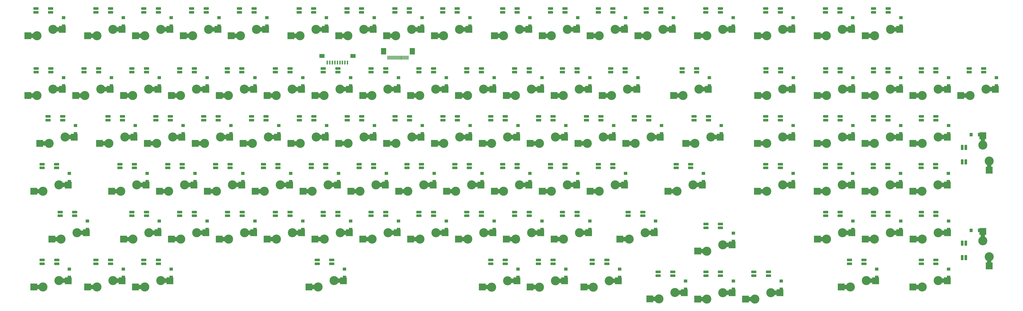
<source format=gbs>
G04 Layer: BottomSolderMaskLayer*
G04 EasyEDA v6.5.33, 2023-07-29 07:31:28*
G04 219471704c294700b8179b9d236804d4,d031c0a8eb424844af7c2e53bc7358ee,10*
G04 Gerber Generator version 0.2*
G04 Scale: 100 percent, Rotated: No, Reflected: No *
G04 Dimensions in millimeters *
G04 leading zeros omitted , absolute positions ,4 integer and 5 decimal *
%FSLAX45Y45*%
%MOMM*%

%AMMACRO1*1,1,$1,$2,$3*1,1,$1,$4,$5*1,1,$1,0-$2,0-$3*1,1,$1,0-$4,0-$5*20,1,$1,$2,$3,$4,$5,0*20,1,$1,$4,$5,0-$2,0-$3,0*20,1,$1,0-$2,0-$3,0-$4,0-$5,0*20,1,$1,0-$4,0-$5,$2,$3,0*4,1,4,$2,$3,$4,$5,0-$2,0-$3,0-$4,0-$5,$2,$3,0*%
%AMMACRO2*4,1,4,-0.7112,-0.5563,-0.7112,0.5563,0.7112,0.5563,0.7112,-0.5563,-0.7112,-0.5563,0*%
%AMMACRO3*4,1,4,-1.4148,-0.8509,-1.4148,0.8509,1.4148,0.8509,1.4148,-0.8509,-1.4148,-0.8509,0*%
%AMMACRO4*4,1,4,-1.4135,-0.8509,-1.4135,0.8509,1.4135,0.8509,1.4135,-0.8509,-1.4135,-0.8509,0*%
%AMMACRO5*4,1,4,-0.5563,-0.7112,-0.5563,0.7112,0.5563,0.7112,0.5563,-0.7112,-0.5563,-0.7112,0*%
%AMMACRO6*4,1,4,-0.8509,-1.4148,-0.8509,1.4148,0.8509,1.4148,0.8509,-1.4148,-0.8509,-1.4148,0*%
%AMMACRO7*4,1,4,-0.8509,-1.4135,-0.8509,1.4135,0.8509,1.4135,0.8509,-1.4135,-0.8509,-1.4135,0*%
%ADD10MACRO1,0.1X1X0.75X-1X0.75*%
%ADD11MACRO1,0.1X0.2X0.75X-0.2X0.75*%
%ADD12MACRO1,0.1016X-0.15X-0.7X0.15X-0.7*%
%ADD13MACRO1,0.1016X-1X-1.25X1X-1.25*%
%ADD14MACRO1,0.2032X-1.275X1.25X1.275X1.25*%
%ADD15MACRO2*%
%ADD16MACRO3*%
%ADD17MACRO4*%
%ADD18C,3.6032*%
%ADD19MACRO1,0.2032X-1.25X-1.275X-1.25X1.275*%
%ADD20MACRO5*%
%ADD21MACRO6*%
%ADD22MACRO7*%
%ADD23MACRO1,0.2032X0.9X-0.41X-0.9X-0.41*%
%ADD24MACRO1,0.2032X-0.9X0.41X0.9X0.41*%
%ADD25MACRO1,0.2032X0.9X-0.4099X-0.9X-0.4099*%
%ADD26MACRO1,0.2032X-0.41X-0.9X-0.41X0.9*%
%ADD27C,0.0187*%

%LPD*%
D10*
G01*
X12778480Y-3133897D03*
G01*
X14018463Y-3133890D03*
D11*
G01*
X12998462Y-3393889D03*
G01*
X13098462Y-3393889D03*
G01*
X13198464Y-3393889D03*
G01*
X13298464Y-3393889D03*
G01*
X13398464Y-3393889D03*
G01*
X13498464Y-3393889D03*
G01*
X13598464Y-3393889D03*
G01*
X13698463Y-3393889D03*
G01*
X13798463Y-3393889D03*
D12*
G01*
X15411470Y-3202175D03*
G01*
X15461470Y-3202175D03*
G01*
X15511470Y-3202175D03*
G01*
X15561470Y-3202175D03*
G01*
X15611469Y-3202175D03*
G01*
X15661472Y-3202175D03*
D13*
G01*
X16381465Y-2944675D03*
G01*
X15241478Y-2944627D03*
D12*
G01*
X15711462Y-3202175D03*
G01*
X15761462Y-3202175D03*
G01*
X15811461Y-3202175D03*
G01*
X15861461Y-3202175D03*
G01*
X15911461Y-3202175D03*
G01*
X15961461Y-3202175D03*
G01*
X16011466Y-3202175D03*
G01*
X16061469Y-3202175D03*
G01*
X16111468Y-3202175D03*
G01*
X16161468Y-3202175D03*
G01*
X16211468Y-3202175D03*
D14*
G01*
X13634910Y-12078702D03*
D15*
G01*
X13682471Y-11613642D03*
G01*
X13682471Y-11938762D03*
D14*
G01*
X12262413Y-12331200D03*
D16*
G01*
X13397230Y-12077700D03*
D17*
G01*
X12512167Y-12331192D03*
D18*
G01*
X12630911Y-12331700D03*
G01*
X13265937Y-12077725D03*
D14*
G01*
X2444178Y-2078468D03*
D15*
G01*
X2491739Y-1613407D03*
G01*
X2491739Y-1938528D03*
D14*
G01*
X1071681Y-2330966D03*
D16*
G01*
X2206497Y-2077465D03*
D17*
G01*
X1321435Y-2330957D03*
D18*
G01*
X1440179Y-2331465D03*
G01*
X2075205Y-2077491D03*
D14*
G01*
X2680398Y-12078702D03*
D15*
G01*
X2727960Y-11613642D03*
G01*
X2727960Y-11938762D03*
D14*
G01*
X1307901Y-12331200D03*
D16*
G01*
X2442718Y-12077700D03*
D17*
G01*
X1557655Y-12331192D03*
D18*
G01*
X1676400Y-12331700D03*
G01*
X2311425Y-12077725D03*
D14*
G01*
X4826698Y-12078702D03*
D15*
G01*
X4874260Y-11613642D03*
G01*
X4874260Y-11938762D03*
D14*
G01*
X3454201Y-12331200D03*
D16*
G01*
X4589018Y-12077700D03*
D17*
G01*
X3703955Y-12331192D03*
D18*
G01*
X3822700Y-12331700D03*
G01*
X4457725Y-12077725D03*
D14*
G01*
X22443884Y-12079972D03*
D15*
G01*
X22491445Y-11614912D03*
G01*
X22491445Y-11940031D03*
D14*
G01*
X21071387Y-12332470D03*
D16*
G01*
X22206203Y-12078969D03*
D17*
G01*
X21321141Y-12332462D03*
D18*
G01*
X21439886Y-12332970D03*
G01*
X22074911Y-12078995D03*
D14*
G01*
X31496698Y-8268702D03*
D15*
G01*
X31544260Y-7803642D03*
G01*
X31544260Y-8128762D03*
D14*
G01*
X30124201Y-8521200D03*
D16*
G01*
X31259018Y-8267700D03*
D17*
G01*
X30373955Y-8521192D03*
D18*
G01*
X30492700Y-8521700D03*
G01*
X31127725Y-8267725D03*
D14*
G01*
X27209940Y-12552920D03*
D15*
G01*
X27257502Y-12087860D03*
G01*
X27257502Y-12412980D03*
D14*
G01*
X25837443Y-12805418D03*
D16*
G01*
X26972260Y-12551918D03*
D17*
G01*
X26087196Y-12805410D03*
D18*
G01*
X26205941Y-12805918D03*
G01*
X26840967Y-12551943D03*
D14*
G01*
X31020956Y-12556984D03*
D15*
G01*
X31068518Y-12091924D03*
G01*
X31068518Y-12417044D03*
D14*
G01*
X29648459Y-12809482D03*
D16*
G01*
X30783276Y-12555981D03*
D17*
G01*
X29898212Y-12809474D03*
D18*
G01*
X30016958Y-12809981D03*
G01*
X30651983Y-12556007D03*
D14*
G01*
X34827908Y-12078956D03*
D15*
G01*
X34875470Y-11613896D03*
G01*
X34875470Y-11939015D03*
D14*
G01*
X33455411Y-12331454D03*
D16*
G01*
X34590228Y-12077954D03*
D17*
G01*
X33705165Y-12331446D03*
D18*
G01*
X33823909Y-12331954D03*
G01*
X34458935Y-12077979D03*
D19*
G01*
X39097952Y-10120947D03*
D20*
G01*
X38632892Y-10073385D03*
G01*
X38958012Y-10073385D03*
D19*
G01*
X39350450Y-11493444D03*
D21*
G01*
X39096950Y-10358627D03*
D22*
G01*
X39350442Y-11243690D03*
D18*
G01*
X39350950Y-11124945D03*
G01*
X39096975Y-10489920D03*
D14*
G01*
X37686932Y-12078956D03*
D15*
G01*
X37734494Y-11613896D03*
G01*
X37734494Y-11939015D03*
D14*
G01*
X36314435Y-12331454D03*
D16*
G01*
X37449252Y-12077954D03*
D17*
G01*
X36564189Y-12331446D03*
D18*
G01*
X36682934Y-12331954D03*
G01*
X37317959Y-12077979D03*
D14*
G01*
X35783456Y-10171924D03*
D15*
G01*
X35831018Y-9706863D03*
G01*
X35831018Y-10031984D03*
D14*
G01*
X34410959Y-10424422D03*
D16*
G01*
X35545776Y-10170922D03*
D17*
G01*
X34660712Y-10424414D03*
D18*
G01*
X34779458Y-10424921D03*
G01*
X35414483Y-10170947D03*
D14*
G01*
X29113924Y-12554952D03*
D15*
G01*
X29161486Y-12089892D03*
G01*
X29161486Y-12415012D03*
D14*
G01*
X27741427Y-12807450D03*
D16*
G01*
X28876244Y-12553950D03*
D17*
G01*
X27991180Y-12807442D03*
D18*
G01*
X28109925Y-12807950D03*
G01*
X28744951Y-12553975D03*
D14*
G01*
X24588914Y-12079972D03*
D15*
G01*
X24636476Y-11614912D03*
G01*
X24636476Y-11940031D03*
D14*
G01*
X23216417Y-12332470D03*
D16*
G01*
X24351234Y-12078969D03*
D17*
G01*
X23466171Y-12332462D03*
D18*
G01*
X23584916Y-12332970D03*
G01*
X24219941Y-12078995D03*
D14*
G01*
X20542948Y-12079972D03*
D15*
G01*
X20590510Y-11614912D03*
G01*
X20590510Y-11940031D03*
D14*
G01*
X19170451Y-12332470D03*
D16*
G01*
X20305268Y-12078969D03*
D17*
G01*
X19420205Y-12332462D03*
D18*
G01*
X19538950Y-12332970D03*
G01*
X20173975Y-12078995D03*
D14*
G01*
X6731698Y-12078702D03*
D15*
G01*
X6779260Y-11613642D03*
G01*
X6779260Y-11938762D03*
D14*
G01*
X5359201Y-12331200D03*
D16*
G01*
X6494018Y-12077700D03*
D17*
G01*
X5608955Y-12331192D03*
D18*
G01*
X5727700Y-12331700D03*
G01*
X6362725Y-12077725D03*
D14*
G01*
X3398456Y-10171924D03*
D15*
G01*
X3446018Y-9706863D03*
G01*
X3446018Y-10031984D03*
D14*
G01*
X2025959Y-10424422D03*
D16*
G01*
X3160776Y-10170922D03*
D17*
G01*
X2275712Y-10424414D03*
D18*
G01*
X2394458Y-10424921D03*
G01*
X3029483Y-10170947D03*
D14*
G01*
X6255956Y-10171924D03*
D15*
G01*
X6303518Y-9706863D03*
G01*
X6303518Y-10031984D03*
D14*
G01*
X4883459Y-10424422D03*
D16*
G01*
X6018276Y-10170922D03*
D17*
G01*
X5133212Y-10424414D03*
D18*
G01*
X5251958Y-10424921D03*
G01*
X5886983Y-10170947D03*
D14*
G01*
X10065956Y-10171924D03*
D15*
G01*
X10113518Y-9706863D03*
G01*
X10113518Y-10031984D03*
D14*
G01*
X8693459Y-10424422D03*
D16*
G01*
X9828276Y-10170922D03*
D17*
G01*
X8943212Y-10424414D03*
D18*
G01*
X9061958Y-10424921D03*
G01*
X9696983Y-10170947D03*
D14*
G01*
X13875956Y-10171924D03*
D15*
G01*
X13923518Y-9706863D03*
G01*
X13923518Y-10031984D03*
D14*
G01*
X12503459Y-10424422D03*
D16*
G01*
X13638276Y-10170922D03*
D17*
G01*
X12753212Y-10424414D03*
D18*
G01*
X12871958Y-10424921D03*
G01*
X13506983Y-10170947D03*
D14*
G01*
X17685956Y-10171924D03*
D15*
G01*
X17733518Y-9706863D03*
G01*
X17733518Y-10031984D03*
D14*
G01*
X16313459Y-10424422D03*
D16*
G01*
X17448276Y-10170922D03*
D17*
G01*
X16563212Y-10424414D03*
D18*
G01*
X16681958Y-10424921D03*
G01*
X17316983Y-10170947D03*
D14*
G01*
X21495956Y-10171924D03*
D15*
G01*
X21543518Y-9706863D03*
G01*
X21543518Y-10031984D03*
D14*
G01*
X20123459Y-10424422D03*
D16*
G01*
X21258276Y-10170922D03*
D17*
G01*
X20373212Y-10424414D03*
D18*
G01*
X20491958Y-10424921D03*
G01*
X21126983Y-10170947D03*
D14*
G01*
X26017156Y-10171924D03*
D15*
G01*
X26064718Y-9706863D03*
G01*
X26064718Y-10031984D03*
D14*
G01*
X24644659Y-10424422D03*
D16*
G01*
X25779476Y-10170922D03*
D17*
G01*
X24894412Y-10424414D03*
D18*
G01*
X25013158Y-10424921D03*
G01*
X25648183Y-10170947D03*
D14*
G01*
X33878456Y-10171924D03*
D15*
G01*
X33926018Y-9706863D03*
G01*
X33926018Y-10031984D03*
D14*
G01*
X32505959Y-10424422D03*
D16*
G01*
X33640776Y-10170922D03*
D17*
G01*
X32755712Y-10424414D03*
D18*
G01*
X32874458Y-10424921D03*
G01*
X33509483Y-10170947D03*
D14*
G01*
X37688456Y-10171924D03*
D15*
G01*
X37736018Y-9706863D03*
G01*
X37736018Y-10031984D03*
D14*
G01*
X36315959Y-10424422D03*
D16*
G01*
X37450776Y-10170922D03*
D17*
G01*
X36565712Y-10424414D03*
D18*
G01*
X36684458Y-10424921D03*
G01*
X37319483Y-10170947D03*
D14*
G01*
X37681598Y-8268702D03*
D15*
G01*
X37729160Y-7803642D03*
G01*
X37729160Y-8128762D03*
D14*
G01*
X36309101Y-8521200D03*
D16*
G01*
X37443918Y-8267700D03*
D17*
G01*
X36558855Y-8521192D03*
D18*
G01*
X36677600Y-8521700D03*
G01*
X37312625Y-8267725D03*
D14*
G01*
X35776598Y-8268702D03*
D15*
G01*
X35824160Y-7803642D03*
G01*
X35824160Y-8128762D03*
D14*
G01*
X34404101Y-8521200D03*
D16*
G01*
X35538918Y-8267700D03*
D17*
G01*
X34653855Y-8521192D03*
D18*
G01*
X34772600Y-8521700D03*
G01*
X35407625Y-8267725D03*
D14*
G01*
X29113924Y-10648936D03*
D15*
G01*
X29161486Y-10183876D03*
G01*
X29161486Y-10508996D03*
D14*
G01*
X27741427Y-10901434D03*
D16*
G01*
X28876244Y-10647934D03*
D17*
G01*
X27991180Y-10901426D03*
D18*
G01*
X28109925Y-10901934D03*
G01*
X28744951Y-10647959D03*
D14*
G01*
X23400956Y-10171924D03*
D15*
G01*
X23448518Y-9706863D03*
G01*
X23448518Y-10031984D03*
D14*
G01*
X22028459Y-10424422D03*
D16*
G01*
X23163276Y-10170922D03*
D17*
G01*
X22278212Y-10424414D03*
D18*
G01*
X22396958Y-10424921D03*
G01*
X23031983Y-10170947D03*
D14*
G01*
X19590956Y-10171924D03*
D15*
G01*
X19638518Y-9706863D03*
G01*
X19638518Y-10031984D03*
D14*
G01*
X18218459Y-10424422D03*
D16*
G01*
X19353276Y-10170922D03*
D17*
G01*
X18468212Y-10424414D03*
D18*
G01*
X18586958Y-10424921D03*
G01*
X19221983Y-10170947D03*
D14*
G01*
X15780956Y-10171924D03*
D15*
G01*
X15828518Y-9706863D03*
G01*
X15828518Y-10031984D03*
D14*
G01*
X14408459Y-10424422D03*
D16*
G01*
X15543276Y-10170922D03*
D17*
G01*
X14658212Y-10424414D03*
D18*
G01*
X14776958Y-10424921D03*
G01*
X15411983Y-10170947D03*
D14*
G01*
X11970956Y-10171924D03*
D15*
G01*
X12018518Y-9706863D03*
G01*
X12018518Y-10031984D03*
D14*
G01*
X10598459Y-10424422D03*
D16*
G01*
X11733276Y-10170922D03*
D17*
G01*
X10848212Y-10424414D03*
D18*
G01*
X10966958Y-10424921D03*
G01*
X11601983Y-10170947D03*
D14*
G01*
X8160956Y-10171924D03*
D15*
G01*
X8208518Y-9706863D03*
G01*
X8208518Y-10031984D03*
D14*
G01*
X6788459Y-10424422D03*
D16*
G01*
X7923276Y-10170922D03*
D17*
G01*
X7038212Y-10424414D03*
D18*
G01*
X7156958Y-10424921D03*
G01*
X7791983Y-10170947D03*
D14*
G01*
X2680398Y-8268702D03*
D15*
G01*
X2727960Y-7803642D03*
G01*
X2727960Y-8128762D03*
D14*
G01*
X1307901Y-8521200D03*
D16*
G01*
X2442718Y-8267700D03*
D17*
G01*
X1557655Y-8521192D03*
D18*
G01*
X1676400Y-8521700D03*
G01*
X2311425Y-8267725D03*
D14*
G01*
X7684198Y-8268702D03*
D15*
G01*
X7731760Y-7803642D03*
G01*
X7731760Y-8128762D03*
D14*
G01*
X6311701Y-8521200D03*
D16*
G01*
X7446518Y-8267700D03*
D17*
G01*
X6561455Y-8521192D03*
D18*
G01*
X6680200Y-8521700D03*
G01*
X7315225Y-8267725D03*
D14*
G01*
X11494198Y-8268702D03*
D15*
G01*
X11541760Y-7803642D03*
G01*
X11541760Y-8128762D03*
D14*
G01*
X10121701Y-8521200D03*
D16*
G01*
X11256518Y-8267700D03*
D17*
G01*
X10371455Y-8521192D03*
D18*
G01*
X10490200Y-8521700D03*
G01*
X11125225Y-8267725D03*
D14*
G01*
X15304198Y-8268702D03*
D15*
G01*
X15351760Y-7803642D03*
G01*
X15351760Y-8128762D03*
D14*
G01*
X13931701Y-8521200D03*
D16*
G01*
X15066518Y-8267700D03*
D17*
G01*
X14181455Y-8521192D03*
D18*
G01*
X14300200Y-8521700D03*
G01*
X14935225Y-8267725D03*
D14*
G01*
X19114198Y-8268702D03*
D15*
G01*
X19161760Y-7803642D03*
G01*
X19161760Y-8128762D03*
D14*
G01*
X17741701Y-8521200D03*
D16*
G01*
X18876518Y-8267700D03*
D17*
G01*
X17991455Y-8521192D03*
D18*
G01*
X18110200Y-8521700D03*
G01*
X18745225Y-8267725D03*
D14*
G01*
X22924198Y-8268702D03*
D15*
G01*
X22971760Y-7803642D03*
G01*
X22971760Y-8128762D03*
D14*
G01*
X21551701Y-8521200D03*
D16*
G01*
X22686518Y-8267700D03*
D17*
G01*
X21801455Y-8521192D03*
D18*
G01*
X21920200Y-8521700D03*
G01*
X22555225Y-8267725D03*
D14*
G01*
X27927998Y-8268702D03*
D15*
G01*
X27975560Y-7803642D03*
G01*
X27975560Y-8128762D03*
D14*
G01*
X26555501Y-8521200D03*
D16*
G01*
X27690318Y-8267700D03*
D17*
G01*
X26805255Y-8521192D03*
D18*
G01*
X26924000Y-8521700D03*
G01*
X27559025Y-8267725D03*
D14*
G01*
X35789298Y-2078468D03*
D15*
G01*
X35836860Y-1613407D03*
G01*
X35836860Y-1938528D03*
D14*
G01*
X34416801Y-2330966D03*
D16*
G01*
X35551618Y-2077465D03*
D17*
G01*
X34666555Y-2330957D03*
D18*
G01*
X34785300Y-2331465D03*
G01*
X35420325Y-2077491D03*
D14*
G01*
X33871598Y-8268702D03*
D15*
G01*
X33919160Y-7803642D03*
G01*
X33919160Y-8128762D03*
D14*
G01*
X32499101Y-8521200D03*
D16*
G01*
X33633918Y-8267700D03*
D17*
G01*
X32748855Y-8521192D03*
D18*
G01*
X32867600Y-8521700D03*
G01*
X33502625Y-8267725D03*
D19*
G01*
X39097952Y-6310947D03*
D20*
G01*
X38632892Y-6263385D03*
G01*
X38958012Y-6263385D03*
D19*
G01*
X39350450Y-7683444D03*
D21*
G01*
X39096950Y-6548627D03*
D22*
G01*
X39350442Y-7433690D03*
D18*
G01*
X39350950Y-7314945D03*
G01*
X39096975Y-6679920D03*
D14*
G01*
X37686678Y-6363702D03*
D15*
G01*
X37734240Y-5898642D03*
G01*
X37734240Y-6223762D03*
D14*
G01*
X36314181Y-6616200D03*
D16*
G01*
X37448998Y-6362700D03*
D17*
G01*
X36563935Y-6616192D03*
D18*
G01*
X36682679Y-6616700D03*
G01*
X37317705Y-6362725D03*
D14*
G01*
X35781678Y-6363702D03*
D15*
G01*
X35829240Y-5898642D03*
G01*
X35829240Y-6223762D03*
D14*
G01*
X34409181Y-6616200D03*
D16*
G01*
X35543998Y-6362700D03*
D17*
G01*
X34658935Y-6616192D03*
D18*
G01*
X34777679Y-6616700D03*
G01*
X35412705Y-6362725D03*
D14*
G01*
X31496698Y-6363702D03*
D15*
G01*
X31544260Y-5898642D03*
G01*
X31544260Y-6223762D03*
D14*
G01*
X30124201Y-6616200D03*
D16*
G01*
X31259018Y-6362700D03*
D17*
G01*
X30373955Y-6616192D03*
D18*
G01*
X30492700Y-6616700D03*
G01*
X31127725Y-6362725D03*
D14*
G01*
X24829198Y-8268702D03*
D15*
G01*
X24876760Y-7803642D03*
G01*
X24876760Y-8128762D03*
D14*
G01*
X23456701Y-8521200D03*
D16*
G01*
X24591518Y-8267700D03*
D17*
G01*
X23706455Y-8521192D03*
D18*
G01*
X23825200Y-8521700D03*
G01*
X24460225Y-8267725D03*
D14*
G01*
X21019198Y-8268702D03*
D15*
G01*
X21066760Y-7803642D03*
G01*
X21066760Y-8128762D03*
D14*
G01*
X19646701Y-8521200D03*
D16*
G01*
X20781518Y-8267700D03*
D17*
G01*
X19896455Y-8521192D03*
D18*
G01*
X20015200Y-8521700D03*
G01*
X20650225Y-8267725D03*
D14*
G01*
X17209198Y-8268702D03*
D15*
G01*
X17256760Y-7803642D03*
G01*
X17256760Y-8128762D03*
D14*
G01*
X15836701Y-8521200D03*
D16*
G01*
X16971518Y-8267700D03*
D17*
G01*
X16086455Y-8521192D03*
D18*
G01*
X16205200Y-8521700D03*
G01*
X16840225Y-8267725D03*
D14*
G01*
X13399198Y-8268702D03*
D15*
G01*
X13446760Y-7803642D03*
G01*
X13446760Y-8128762D03*
D14*
G01*
X12026701Y-8521200D03*
D16*
G01*
X13161518Y-8267700D03*
D17*
G01*
X12276455Y-8521192D03*
D18*
G01*
X12395200Y-8521700D03*
G01*
X13030225Y-8267725D03*
D14*
G01*
X9589198Y-8268702D03*
D15*
G01*
X9636760Y-7803642D03*
G01*
X9636760Y-8128762D03*
D14*
G01*
X8216701Y-8521200D03*
D16*
G01*
X9351518Y-8267700D03*
D17*
G01*
X8466455Y-8521192D03*
D18*
G01*
X8585200Y-8521700D03*
G01*
X9220225Y-8267725D03*
D14*
G01*
X5779198Y-8268702D03*
D15*
G01*
X5826760Y-7803642D03*
G01*
X5826760Y-8128762D03*
D14*
G01*
X4406701Y-8521200D03*
D16*
G01*
X5541518Y-8267700D03*
D17*
G01*
X4656455Y-8521192D03*
D18*
G01*
X4775200Y-8521700D03*
G01*
X5410225Y-8267725D03*
D14*
G01*
X2921698Y-6363702D03*
D15*
G01*
X2969260Y-5898642D03*
G01*
X2969260Y-6223762D03*
D14*
G01*
X1549201Y-6616200D03*
D16*
G01*
X2684018Y-6362700D03*
D17*
G01*
X1798955Y-6616192D03*
D18*
G01*
X1917700Y-6616700D03*
G01*
X2552725Y-6362725D03*
D14*
G01*
X7206678Y-6363702D03*
D15*
G01*
X7254239Y-5898642D03*
G01*
X7254239Y-6223762D03*
D14*
G01*
X5834181Y-6616200D03*
D16*
G01*
X6968997Y-6362700D03*
D17*
G01*
X6083935Y-6616192D03*
D18*
G01*
X6202679Y-6616700D03*
G01*
X6837705Y-6362725D03*
D14*
G01*
X11016678Y-6363702D03*
D15*
G01*
X11064239Y-5898642D03*
G01*
X11064239Y-6223762D03*
D14*
G01*
X9644181Y-6616200D03*
D16*
G01*
X10778997Y-6362700D03*
D17*
G01*
X9893935Y-6616192D03*
D18*
G01*
X10012679Y-6616700D03*
G01*
X10647705Y-6362725D03*
D14*
G01*
X14826678Y-6363702D03*
D15*
G01*
X14874239Y-5898642D03*
G01*
X14874239Y-6223762D03*
D14*
G01*
X13454181Y-6616200D03*
D16*
G01*
X14588997Y-6362700D03*
D17*
G01*
X13703935Y-6616192D03*
D18*
G01*
X13822679Y-6616700D03*
G01*
X14457705Y-6362725D03*
D14*
G01*
X18636678Y-6363702D03*
D15*
G01*
X18684239Y-5898642D03*
G01*
X18684239Y-6223762D03*
D14*
G01*
X17264181Y-6616200D03*
D16*
G01*
X18398998Y-6362700D03*
D17*
G01*
X17513935Y-6616192D03*
D18*
G01*
X17632679Y-6616700D03*
G01*
X18267705Y-6362725D03*
D14*
G01*
X22446678Y-6363702D03*
D15*
G01*
X22494239Y-5898642D03*
G01*
X22494239Y-6223762D03*
D14*
G01*
X21074181Y-6616200D03*
D16*
G01*
X22208998Y-6362700D03*
D17*
G01*
X21323935Y-6616192D03*
D18*
G01*
X21442679Y-6616700D03*
G01*
X22077705Y-6362725D03*
D14*
G01*
X26256678Y-6363702D03*
D15*
G01*
X26304239Y-5898642D03*
G01*
X26304239Y-6223762D03*
D14*
G01*
X24884181Y-6616200D03*
D16*
G01*
X26018998Y-6362700D03*
D17*
G01*
X25133935Y-6616192D03*
D18*
G01*
X25252679Y-6616700D03*
G01*
X25887705Y-6362725D03*
D14*
G01*
X29109098Y-2078468D03*
D15*
G01*
X29156660Y-1613407D03*
G01*
X29156660Y-1938528D03*
D14*
G01*
X27736601Y-2330966D03*
D16*
G01*
X28871418Y-2077465D03*
D17*
G01*
X27986355Y-2330957D03*
D18*
G01*
X28105100Y-2331465D03*
G01*
X28740125Y-2077491D03*
D14*
G01*
X31502794Y-4458702D03*
D15*
G01*
X31550355Y-3993642D03*
G01*
X31550355Y-4318762D03*
D14*
G01*
X30130297Y-4711200D03*
D16*
G01*
X31265113Y-4457700D03*
D17*
G01*
X30380051Y-4711192D03*
D18*
G01*
X30498795Y-4711700D03*
G01*
X31133821Y-4457725D03*
D14*
G01*
X33876678Y-6363702D03*
D15*
G01*
X33924240Y-5898642D03*
G01*
X33924240Y-6223762D03*
D14*
G01*
X32504181Y-6616200D03*
D16*
G01*
X33638998Y-6362700D03*
D17*
G01*
X32753935Y-6616192D03*
D18*
G01*
X32872679Y-6616700D03*
G01*
X33507705Y-6362725D03*
D14*
G01*
X39592694Y-4458702D03*
D15*
G01*
X39640255Y-3993642D03*
G01*
X39640255Y-4318762D03*
D14*
G01*
X38220197Y-4711200D03*
D16*
G01*
X39355013Y-4457700D03*
D17*
G01*
X38469951Y-4711192D03*
D18*
G01*
X38588696Y-4711700D03*
G01*
X39223721Y-4457725D03*
D14*
G01*
X37687694Y-4458702D03*
D15*
G01*
X37735255Y-3993642D03*
G01*
X37735255Y-4318762D03*
D14*
G01*
X36315197Y-4711200D03*
D16*
G01*
X37450013Y-4457700D03*
D17*
G01*
X36564951Y-4711192D03*
D18*
G01*
X36683696Y-4711700D03*
G01*
X37318721Y-4457725D03*
D14*
G01*
X35782694Y-4458702D03*
D15*
G01*
X35830255Y-3993642D03*
G01*
X35830255Y-4318762D03*
D14*
G01*
X34410197Y-4711200D03*
D16*
G01*
X35545013Y-4457700D03*
D17*
G01*
X34659951Y-4711192D03*
D18*
G01*
X34778696Y-4711700D03*
G01*
X35413721Y-4457725D03*
D14*
G01*
X31496698Y-2078468D03*
D15*
G01*
X31544260Y-1613407D03*
G01*
X31544260Y-1938528D03*
D14*
G01*
X30124201Y-2330966D03*
D16*
G01*
X31259018Y-2077465D03*
D17*
G01*
X30373955Y-2330957D03*
D18*
G01*
X30492700Y-2331465D03*
G01*
X31127725Y-2077491D03*
D14*
G01*
X28639198Y-6363702D03*
D15*
G01*
X28686760Y-5898642D03*
G01*
X28686760Y-6223762D03*
D14*
G01*
X27266701Y-6616200D03*
D16*
G01*
X28401518Y-6362700D03*
D17*
G01*
X27516455Y-6616192D03*
D18*
G01*
X27635200Y-6616700D03*
G01*
X28270225Y-6362725D03*
D14*
G01*
X24351678Y-6363702D03*
D15*
G01*
X24399239Y-5898642D03*
G01*
X24399239Y-6223762D03*
D14*
G01*
X22979181Y-6616200D03*
D16*
G01*
X24113998Y-6362700D03*
D17*
G01*
X23228935Y-6616192D03*
D18*
G01*
X23347679Y-6616700D03*
G01*
X23982705Y-6362725D03*
D14*
G01*
X20541678Y-6363702D03*
D15*
G01*
X20589239Y-5898642D03*
G01*
X20589239Y-6223762D03*
D14*
G01*
X19169181Y-6616200D03*
D16*
G01*
X20303998Y-6362700D03*
D17*
G01*
X19418935Y-6616192D03*
D18*
G01*
X19537679Y-6616700D03*
G01*
X20172705Y-6362725D03*
D14*
G01*
X16731678Y-6363702D03*
D15*
G01*
X16779239Y-5898642D03*
G01*
X16779239Y-6223762D03*
D14*
G01*
X15359181Y-6616200D03*
D16*
G01*
X16493997Y-6362700D03*
D17*
G01*
X15608935Y-6616192D03*
D18*
G01*
X15727679Y-6616700D03*
G01*
X16362705Y-6362725D03*
D14*
G01*
X12921678Y-6363702D03*
D15*
G01*
X12969239Y-5898642D03*
G01*
X12969239Y-6223762D03*
D14*
G01*
X11549181Y-6616200D03*
D16*
G01*
X12683997Y-6362700D03*
D17*
G01*
X11798935Y-6616192D03*
D18*
G01*
X11917679Y-6616700D03*
G01*
X12552705Y-6362725D03*
D14*
G01*
X9111678Y-6363702D03*
D15*
G01*
X9159239Y-5898642D03*
G01*
X9159239Y-6223762D03*
D14*
G01*
X7739181Y-6616200D03*
D16*
G01*
X8873997Y-6362700D03*
D17*
G01*
X7988935Y-6616192D03*
D18*
G01*
X8107679Y-6616700D03*
G01*
X8742705Y-6362725D03*
D14*
G01*
X5301678Y-6363702D03*
D15*
G01*
X5349239Y-5898642D03*
G01*
X5349239Y-6223762D03*
D14*
G01*
X3929181Y-6616200D03*
D16*
G01*
X5063997Y-6362700D03*
D17*
G01*
X4178935Y-6616192D03*
D18*
G01*
X4297679Y-6616700D03*
G01*
X4932705Y-6362725D03*
D14*
G01*
X2445194Y-4458702D03*
D15*
G01*
X2492755Y-3993642D03*
G01*
X2492755Y-4318762D03*
D14*
G01*
X1072697Y-4711200D03*
D16*
G01*
X2207513Y-4457700D03*
D17*
G01*
X1322451Y-4711192D03*
D18*
G01*
X1441195Y-4711700D03*
G01*
X2076221Y-4457725D03*
D14*
G01*
X6255194Y-4458702D03*
D15*
G01*
X6302755Y-3993642D03*
G01*
X6302755Y-4318762D03*
D14*
G01*
X4882697Y-4711200D03*
D16*
G01*
X6017513Y-4457700D03*
D17*
G01*
X5132451Y-4711192D03*
D18*
G01*
X5251195Y-4711700D03*
G01*
X5886221Y-4457725D03*
D14*
G01*
X10065194Y-4458702D03*
D15*
G01*
X10112755Y-3993642D03*
G01*
X10112755Y-4318762D03*
D14*
G01*
X8692697Y-4711200D03*
D16*
G01*
X9827513Y-4457700D03*
D17*
G01*
X8942451Y-4711192D03*
D18*
G01*
X9061195Y-4711700D03*
G01*
X9696221Y-4457725D03*
D14*
G01*
X13875194Y-4458702D03*
D15*
G01*
X13922755Y-3993642D03*
G01*
X13922755Y-4318762D03*
D14*
G01*
X12502697Y-4711200D03*
D16*
G01*
X13637513Y-4457700D03*
D17*
G01*
X12752451Y-4711192D03*
D18*
G01*
X12871195Y-4711700D03*
G01*
X13506221Y-4457725D03*
D14*
G01*
X17685194Y-4458702D03*
D15*
G01*
X17732755Y-3993642D03*
G01*
X17732755Y-4318762D03*
D14*
G01*
X16312697Y-4711200D03*
D16*
G01*
X17447513Y-4457700D03*
D17*
G01*
X16562451Y-4711192D03*
D18*
G01*
X16681195Y-4711700D03*
G01*
X17316221Y-4457725D03*
D14*
G01*
X21495194Y-4458702D03*
D15*
G01*
X21542755Y-3993642D03*
G01*
X21542755Y-4318762D03*
D14*
G01*
X20122697Y-4711200D03*
D16*
G01*
X21257513Y-4457700D03*
D17*
G01*
X20372451Y-4711192D03*
D18*
G01*
X20491195Y-4711700D03*
G01*
X21126221Y-4457725D03*
D14*
G01*
X25317894Y-4458702D03*
D15*
G01*
X25365455Y-3993642D03*
G01*
X25365455Y-4318762D03*
D14*
G01*
X23945397Y-4711200D03*
D16*
G01*
X25080213Y-4457700D03*
D17*
G01*
X24195151Y-4711192D03*
D18*
G01*
X24313895Y-4711700D03*
G01*
X24948921Y-4457725D03*
D14*
G01*
X28162694Y-4458702D03*
D15*
G01*
X28210255Y-3993642D03*
G01*
X28210255Y-4318762D03*
D14*
G01*
X26790197Y-4711200D03*
D16*
G01*
X27925013Y-4457700D03*
D17*
G01*
X27039951Y-4711192D03*
D18*
G01*
X27158695Y-4711700D03*
G01*
X27793721Y-4457725D03*
D14*
G01*
X33871598Y-2078468D03*
D15*
G01*
X33919160Y-1613407D03*
G01*
X33919160Y-1938528D03*
D14*
G01*
X32499101Y-2330966D03*
D16*
G01*
X33633918Y-2077465D03*
D17*
G01*
X32748855Y-2330957D03*
D18*
G01*
X32867600Y-2331465D03*
G01*
X33502625Y-2077491D03*
D14*
G01*
X33877694Y-4458702D03*
D15*
G01*
X33925255Y-3993642D03*
G01*
X33925255Y-4318762D03*
D14*
G01*
X32505197Y-4711200D03*
D16*
G01*
X33640013Y-4457700D03*
D17*
G01*
X32754951Y-4711192D03*
D18*
G01*
X32873695Y-4711700D03*
G01*
X33508721Y-4457725D03*
D14*
G01*
X23400194Y-4458702D03*
D15*
G01*
X23447755Y-3993642D03*
G01*
X23447755Y-4318762D03*
D14*
G01*
X22027697Y-4711200D03*
D16*
G01*
X23162513Y-4457700D03*
D17*
G01*
X22277451Y-4711192D03*
D18*
G01*
X22396195Y-4711700D03*
G01*
X23031221Y-4457725D03*
D14*
G01*
X19590194Y-4458702D03*
D15*
G01*
X19637755Y-3993642D03*
G01*
X19637755Y-4318762D03*
D14*
G01*
X18217697Y-4711200D03*
D16*
G01*
X19352513Y-4457700D03*
D17*
G01*
X18467451Y-4711192D03*
D18*
G01*
X18586195Y-4711700D03*
G01*
X19221221Y-4457725D03*
D14*
G01*
X15780194Y-4458702D03*
D15*
G01*
X15827755Y-3993642D03*
G01*
X15827755Y-4318762D03*
D14*
G01*
X14407697Y-4711200D03*
D16*
G01*
X15542513Y-4457700D03*
D17*
G01*
X14657451Y-4711192D03*
D18*
G01*
X14776195Y-4711700D03*
G01*
X15411221Y-4457725D03*
D14*
G01*
X11970194Y-4458702D03*
D15*
G01*
X12017755Y-3993642D03*
G01*
X12017755Y-4318762D03*
D14*
G01*
X10597697Y-4711200D03*
D16*
G01*
X11732513Y-4457700D03*
D17*
G01*
X10847451Y-4711192D03*
D18*
G01*
X10966195Y-4711700D03*
G01*
X11601221Y-4457725D03*
D14*
G01*
X8160194Y-4458702D03*
D15*
G01*
X8207755Y-3993642D03*
G01*
X8207755Y-4318762D03*
D14*
G01*
X6787697Y-4711200D03*
D16*
G01*
X7922513Y-4457700D03*
D17*
G01*
X7037451Y-4711192D03*
D18*
G01*
X7156195Y-4711700D03*
G01*
X7791221Y-4457725D03*
D14*
G01*
X4350194Y-4458702D03*
D15*
G01*
X4397755Y-3993642D03*
G01*
X4397755Y-4318762D03*
D14*
G01*
X2977697Y-4711200D03*
D16*
G01*
X4112513Y-4457700D03*
D17*
G01*
X3227451Y-4711192D03*
D18*
G01*
X3346195Y-4711700D03*
G01*
X3981221Y-4457725D03*
D14*
G01*
X6731698Y-2078468D03*
D15*
G01*
X6779260Y-1613407D03*
G01*
X6779260Y-1938528D03*
D14*
G01*
X5359201Y-2330966D03*
D16*
G01*
X6494018Y-2077465D03*
D17*
G01*
X5608955Y-2330957D03*
D18*
G01*
X5727700Y-2331465D03*
G01*
X6362725Y-2077491D03*
D14*
G01*
X10541698Y-2078468D03*
D15*
G01*
X10589260Y-1613407D03*
G01*
X10589260Y-1938528D03*
D14*
G01*
X9169201Y-2330966D03*
D16*
G01*
X10304018Y-2077465D03*
D17*
G01*
X9418955Y-2330957D03*
D18*
G01*
X9537700Y-2331465D03*
G01*
X10172725Y-2077491D03*
D14*
G01*
X14821598Y-2078468D03*
D15*
G01*
X14869160Y-1613407D03*
G01*
X14869160Y-1938528D03*
D14*
G01*
X13449101Y-2330966D03*
D16*
G01*
X14583918Y-2077465D03*
D17*
G01*
X13698855Y-2330957D03*
D18*
G01*
X13817600Y-2331465D03*
G01*
X14452625Y-2077491D03*
D14*
G01*
X18631598Y-2078468D03*
D15*
G01*
X18679160Y-1613407D03*
G01*
X18679160Y-1938528D03*
D14*
G01*
X17259101Y-2330966D03*
D16*
G01*
X18393918Y-2077465D03*
D17*
G01*
X17508855Y-2330957D03*
D18*
G01*
X17627600Y-2331465D03*
G01*
X18262625Y-2077491D03*
D14*
G01*
X22924198Y-2078468D03*
D15*
G01*
X22971760Y-1613407D03*
G01*
X22971760Y-1938528D03*
D14*
G01*
X21551701Y-2330966D03*
D16*
G01*
X22686518Y-2077465D03*
D17*
G01*
X21801455Y-2330957D03*
D18*
G01*
X21920200Y-2331465D03*
G01*
X22555225Y-2077491D03*
D14*
G01*
X24829198Y-2078468D03*
D15*
G01*
X24876760Y-1613407D03*
G01*
X24876760Y-1938528D03*
D14*
G01*
X23456701Y-2330966D03*
D16*
G01*
X24591518Y-2077465D03*
D17*
G01*
X23706455Y-2330957D03*
D18*
G01*
X23825200Y-2331465D03*
G01*
X24460225Y-2077491D03*
D14*
G01*
X26734198Y-2078468D03*
D15*
G01*
X26781760Y-1613407D03*
G01*
X26781760Y-1938528D03*
D14*
G01*
X25361701Y-2330966D03*
D16*
G01*
X26496518Y-2077465D03*
D17*
G01*
X25611455Y-2330957D03*
D18*
G01*
X25730200Y-2331465D03*
G01*
X26365225Y-2077491D03*
D14*
G01*
X21019198Y-2078468D03*
D15*
G01*
X21066760Y-1613407D03*
G01*
X21066760Y-1938528D03*
D14*
G01*
X19646701Y-2330966D03*
D16*
G01*
X20781518Y-2077465D03*
D17*
G01*
X19896455Y-2330957D03*
D18*
G01*
X20015200Y-2331465D03*
G01*
X20650225Y-2077491D03*
D14*
G01*
X16726598Y-2078468D03*
D15*
G01*
X16774160Y-1613407D03*
G01*
X16774160Y-1938528D03*
D14*
G01*
X15354101Y-2330966D03*
D16*
G01*
X16488918Y-2077465D03*
D17*
G01*
X15603855Y-2330957D03*
D18*
G01*
X15722600Y-2331465D03*
G01*
X16357625Y-2077491D03*
D14*
G01*
X12916598Y-2078468D03*
D15*
G01*
X12964160Y-1613407D03*
G01*
X12964160Y-1938528D03*
D14*
G01*
X11544101Y-2330966D03*
D16*
G01*
X12678918Y-2077465D03*
D17*
G01*
X11793855Y-2330957D03*
D18*
G01*
X11912600Y-2331465D03*
G01*
X12547625Y-2077491D03*
D14*
G01*
X4826698Y-2078468D03*
D15*
G01*
X4874260Y-1613407D03*
G01*
X4874260Y-1938528D03*
D14*
G01*
X3454201Y-2330966D03*
D16*
G01*
X4589018Y-2077465D03*
D17*
G01*
X3703955Y-2330957D03*
D18*
G01*
X3822700Y-2331465D03*
G01*
X4457725Y-2077491D03*
D14*
G01*
X8638984Y-2078498D03*
D15*
G01*
X8686545Y-1613407D03*
G01*
X8686545Y-1938528D03*
D14*
G01*
X7266487Y-2330997D03*
D16*
G01*
X8401303Y-2077465D03*
D17*
G01*
X7516240Y-2330957D03*
D18*
G01*
X7634986Y-2331491D03*
G01*
X8270011Y-2077516D03*
D23*
G01*
X1979099Y-1398803D03*
G01*
X1979098Y-1248804D03*
G01*
X1399099Y-1248803D03*
G01*
X1399100Y-1398803D03*
G01*
X4366694Y-1398803D03*
G01*
X4366693Y-1248804D03*
G01*
X3786694Y-1248803D03*
G01*
X3786695Y-1398803D03*
G01*
X6271689Y-1398803D03*
G01*
X6271687Y-1248804D03*
G01*
X5691689Y-1248803D03*
G01*
X5691690Y-1398803D03*
G01*
X8176686Y-1398803D03*
G01*
X8176685Y-1248804D03*
G01*
X7596686Y-1248803D03*
G01*
X7596687Y-1398803D03*
G01*
X10081681Y-1398803D03*
G01*
X10081680Y-1248804D03*
G01*
X9501681Y-1248803D03*
G01*
X9501682Y-1398803D03*
G01*
X12456576Y-1398803D03*
G01*
X12456575Y-1248804D03*
G01*
X11876576Y-1248803D03*
G01*
X11876577Y-1398803D03*
G01*
X14361574Y-1398803D03*
G01*
X14361572Y-1248804D03*
G01*
X13781573Y-1248803D03*
G01*
X13781575Y-1398803D03*
G01*
X16266568Y-1398803D03*
G01*
X16266567Y-1248804D03*
G01*
X15686568Y-1248803D03*
G01*
X15686570Y-1398803D03*
G01*
X18171566Y-1398803D03*
G01*
X18171565Y-1248804D03*
G01*
X17591566Y-1248803D03*
G01*
X17591567Y-1398803D03*
G01*
X20559161Y-1398803D03*
G01*
X20559160Y-1248804D03*
G01*
X19979161Y-1248803D03*
G01*
X19979162Y-1398803D03*
G01*
X22464158Y-1398803D03*
G01*
X22464157Y-1248804D03*
G01*
X21884158Y-1248803D03*
G01*
X21884159Y-1398803D03*
G01*
X24369153Y-1398803D03*
G01*
X24369152Y-1248804D03*
G01*
X23789153Y-1248803D03*
G01*
X23789154Y-1398803D03*
G01*
X26274151Y-1398803D03*
G01*
X26274149Y-1248804D03*
G01*
X25694151Y-1248803D03*
G01*
X25694152Y-1398803D03*
G01*
X28649046Y-1398803D03*
G01*
X28649044Y-1248804D03*
G01*
X28069045Y-1248803D03*
G01*
X28069047Y-1398803D03*
G01*
X31036640Y-1398803D03*
G01*
X31036639Y-1248804D03*
G01*
X30456640Y-1248803D03*
G01*
X30456642Y-1398803D03*
G01*
X33411535Y-1398803D03*
G01*
X33411534Y-1248804D03*
G01*
X32831535Y-1248803D03*
G01*
X32831537Y-1398803D03*
G01*
X35329230Y-1398803D03*
G01*
X35329229Y-1248804D03*
G01*
X34749230Y-1248803D03*
G01*
X34749232Y-1398803D03*
D24*
G01*
X38550921Y-3629586D03*
G01*
X38550922Y-3779584D03*
G01*
X39130921Y-3779586D03*
G01*
X39130919Y-3629586D03*
G01*
X36646924Y-3629586D03*
G01*
X36646925Y-3779584D03*
G01*
X37226924Y-3779586D03*
G01*
X37226923Y-3629586D03*
G01*
X34740928Y-3630587D03*
G01*
X34740930Y-3780585D03*
G01*
X35320928Y-3780586D03*
G01*
X35320927Y-3630587D03*
G01*
X32835928Y-3630587D03*
G01*
X32835930Y-3780585D03*
G01*
X33415928Y-3780586D03*
G01*
X33415927Y-3630587D03*
G01*
X30460967Y-3630587D03*
G01*
X30460969Y-3780585D03*
G01*
X31040967Y-3780586D03*
G01*
X31040966Y-3630587D03*
G01*
X27120928Y-3630587D03*
G01*
X27120930Y-3780585D03*
G01*
X27700928Y-3780586D03*
G01*
X27700927Y-3630587D03*
G01*
X24276128Y-3630587D03*
G01*
X24276130Y-3780585D03*
G01*
X24856128Y-3780586D03*
G01*
X24856127Y-3630587D03*
G01*
X22358428Y-3630587D03*
G01*
X22358430Y-3780585D03*
G01*
X22938428Y-3780586D03*
G01*
X22938427Y-3630587D03*
G01*
X20453428Y-3630587D03*
G01*
X20453430Y-3780585D03*
G01*
X21033428Y-3780586D03*
G01*
X21033427Y-3630587D03*
G01*
X18548428Y-3630587D03*
G01*
X18548430Y-3780585D03*
G01*
X19128428Y-3780586D03*
G01*
X19128427Y-3630587D03*
G01*
X16643428Y-3630587D03*
G01*
X16643430Y-3780585D03*
G01*
X17223428Y-3780586D03*
G01*
X17223427Y-3630587D03*
G01*
X14738428Y-3630587D03*
G01*
X14738430Y-3780585D03*
G01*
X15318428Y-3780586D03*
G01*
X15318427Y-3630587D03*
G01*
X12833428Y-3630587D03*
G01*
X12833430Y-3780585D03*
G01*
X13413428Y-3780586D03*
G01*
X13413427Y-3630587D03*
G01*
X10928428Y-3630587D03*
G01*
X10928430Y-3780585D03*
G01*
X11508428Y-3780586D03*
G01*
X11508427Y-3630587D03*
G01*
X9010728Y-3630587D03*
G01*
X9010730Y-3780585D03*
G01*
X9590728Y-3780586D03*
G01*
X9590727Y-3630587D03*
G01*
X7118428Y-3630587D03*
G01*
X7118430Y-3780585D03*
G01*
X7698428Y-3780586D03*
G01*
X7698427Y-3630587D03*
G01*
X5213428Y-3630587D03*
G01*
X5213430Y-3780585D03*
G01*
X5793428Y-3780586D03*
G01*
X5793427Y-3630587D03*
G01*
X3308428Y-3630587D03*
G01*
X3308430Y-3780585D03*
G01*
X3888428Y-3780586D03*
G01*
X3888427Y-3630587D03*
G01*
X1403428Y-3630587D03*
G01*
X1403430Y-3780585D03*
G01*
X1983428Y-3780586D03*
G01*
X1983427Y-3630587D03*
D23*
G01*
X2461701Y-5688393D03*
G01*
X2461700Y-5538395D03*
G01*
X1881701Y-5538393D03*
G01*
X1881703Y-5688393D03*
G01*
X4840993Y-5688398D03*
G01*
X4840992Y-5538400D03*
D25*
G01*
X4260993Y-5538397D03*
D23*
G01*
X4260994Y-5688398D03*
G01*
X6745993Y-5688398D03*
G01*
X6745992Y-5538400D03*
D25*
G01*
X6165993Y-5538397D03*
D23*
G01*
X6165994Y-5688398D03*
G01*
X8650993Y-5688398D03*
G01*
X8650992Y-5538400D03*
D25*
G01*
X8070993Y-5538397D03*
D23*
G01*
X8070994Y-5688398D03*
G01*
X10555993Y-5688398D03*
G01*
X10555992Y-5538400D03*
D25*
G01*
X9975993Y-5538397D03*
D23*
G01*
X9975994Y-5688398D03*
G01*
X12460993Y-5688398D03*
G01*
X12460992Y-5538400D03*
D25*
G01*
X11880993Y-5538397D03*
D23*
G01*
X11880994Y-5688398D03*
G01*
X14365993Y-5688398D03*
G01*
X14365992Y-5538400D03*
D25*
G01*
X13785993Y-5538397D03*
D23*
G01*
X13785994Y-5688398D03*
G01*
X16270993Y-5688398D03*
G01*
X16270992Y-5538400D03*
D25*
G01*
X15690993Y-5538397D03*
D23*
G01*
X15690994Y-5688398D03*
G01*
X18175993Y-5688398D03*
G01*
X18175992Y-5538400D03*
D25*
G01*
X17595993Y-5538397D03*
D23*
G01*
X17595994Y-5688398D03*
G01*
X20080993Y-5688398D03*
G01*
X20080992Y-5538400D03*
D25*
G01*
X19500993Y-5538397D03*
D23*
G01*
X19500994Y-5688398D03*
G01*
X21985993Y-5688398D03*
G01*
X21985992Y-5538400D03*
D25*
G01*
X21405993Y-5538397D03*
D23*
G01*
X21405994Y-5688398D03*
G01*
X23890993Y-5688398D03*
G01*
X23890992Y-5538400D03*
D25*
G01*
X23310993Y-5538397D03*
D23*
G01*
X23310994Y-5688398D03*
G01*
X25795993Y-5688398D03*
G01*
X25795992Y-5538400D03*
D25*
G01*
X25215993Y-5538397D03*
D23*
G01*
X25215994Y-5688398D03*
G01*
X28178945Y-5687400D03*
G01*
X28178944Y-5537401D03*
D25*
G01*
X27598945Y-5537399D03*
D23*
G01*
X27598946Y-5687400D03*
G01*
X31035939Y-5687400D03*
G01*
X31035938Y-5537401D03*
D25*
G01*
X30455939Y-5537399D03*
D23*
G01*
X30455941Y-5687400D03*
G01*
X33415993Y-5688398D03*
G01*
X33415992Y-5538400D03*
D25*
G01*
X32835993Y-5538397D03*
D23*
G01*
X32835994Y-5688398D03*
G01*
X35320993Y-5688398D03*
G01*
X35320992Y-5538400D03*
D25*
G01*
X34740993Y-5538397D03*
D23*
G01*
X34740994Y-5688398D03*
G01*
X37225993Y-5688398D03*
G01*
X37225992Y-5538400D03*
D25*
G01*
X36645993Y-5538397D03*
D23*
G01*
X36645994Y-5688398D03*
D26*
G01*
X38271516Y-7349987D03*
G01*
X38421514Y-7349986D03*
G01*
X38421515Y-6769987D03*
G01*
X38271516Y-6769989D03*
D24*
G01*
X36641598Y-7440394D03*
G01*
X36641599Y-7590392D03*
G01*
X37221598Y-7590393D03*
G01*
X37221596Y-7440394D03*
G01*
X34736598Y-7440394D03*
G01*
X34736599Y-7590392D03*
G01*
X35316598Y-7590393D03*
G01*
X35316596Y-7440394D03*
G01*
X32831598Y-7440394D03*
G01*
X32831599Y-7590392D03*
G01*
X33411598Y-7590393D03*
G01*
X33411596Y-7440394D03*
G01*
X30456698Y-7440394D03*
G01*
X30456699Y-7590392D03*
G01*
X31036698Y-7590393D03*
G01*
X31036696Y-7440394D03*
G01*
X26887998Y-7440394D03*
G01*
X26887999Y-7590392D03*
G01*
X27467998Y-7590393D03*
G01*
X27467996Y-7440394D03*
G01*
X23789198Y-7440394D03*
G01*
X23789199Y-7590392D03*
G01*
X24369198Y-7590393D03*
G01*
X24369196Y-7440394D03*
G01*
X21884198Y-7440394D03*
G01*
X21884199Y-7590392D03*
G01*
X22464198Y-7590393D03*
G01*
X22464196Y-7440394D03*
G01*
X19979198Y-7440394D03*
G01*
X19979199Y-7590392D03*
G01*
X20559198Y-7590393D03*
G01*
X20559196Y-7440394D03*
G01*
X18074198Y-7440394D03*
G01*
X18074199Y-7590392D03*
G01*
X18654198Y-7590393D03*
G01*
X18654196Y-7440394D03*
G01*
X16169198Y-7440394D03*
G01*
X16169199Y-7590392D03*
G01*
X16749198Y-7590393D03*
G01*
X16749196Y-7440394D03*
G01*
X14264198Y-7440394D03*
G01*
X14264199Y-7590392D03*
G01*
X14844198Y-7590393D03*
G01*
X14844196Y-7440394D03*
G01*
X12359198Y-7440394D03*
G01*
X12359199Y-7590392D03*
G01*
X12939198Y-7590393D03*
G01*
X12939196Y-7440394D03*
G01*
X10454198Y-7440394D03*
G01*
X10454199Y-7590392D03*
G01*
X11034198Y-7590393D03*
G01*
X11034196Y-7440394D03*
G01*
X8549198Y-7440394D03*
G01*
X8549199Y-7590392D03*
G01*
X9129198Y-7590393D03*
G01*
X9129196Y-7440394D03*
G01*
X6644198Y-7440394D03*
G01*
X6644199Y-7590392D03*
G01*
X7224198Y-7590393D03*
G01*
X7224196Y-7440394D03*
G01*
X4739198Y-7440394D03*
G01*
X4739199Y-7590392D03*
G01*
X5319198Y-7590393D03*
G01*
X5319196Y-7440394D03*
G01*
X1640398Y-7440394D03*
G01*
X1640399Y-7590392D03*
G01*
X2220398Y-7590393D03*
G01*
X2220396Y-7440394D03*
D23*
G01*
X2937997Y-9494387D03*
G01*
X2937996Y-9344389D03*
G01*
X2357997Y-9344388D03*
G01*
X2357998Y-9494387D03*
G01*
X5795497Y-9494387D03*
G01*
X5795496Y-9344389D03*
G01*
X5215497Y-9344388D03*
G01*
X5215498Y-9494387D03*
G01*
X7700497Y-9494387D03*
G01*
X7700496Y-9344389D03*
G01*
X7120497Y-9344388D03*
G01*
X7120498Y-9494387D03*
G01*
X9605497Y-9494387D03*
G01*
X9605496Y-9344389D03*
G01*
X9025497Y-9344388D03*
G01*
X9025498Y-9494387D03*
G01*
X11510497Y-9494387D03*
G01*
X11510496Y-9344389D03*
G01*
X10930497Y-9344388D03*
G01*
X10930498Y-9494387D03*
G01*
X13415497Y-9494387D03*
G01*
X13415496Y-9344389D03*
G01*
X12835497Y-9344388D03*
G01*
X12835498Y-9494387D03*
G01*
X15320497Y-9494387D03*
G01*
X15320496Y-9344389D03*
G01*
X14740497Y-9344388D03*
G01*
X14740498Y-9494387D03*
G01*
X17225497Y-9494387D03*
G01*
X17225496Y-9344389D03*
G01*
X16645497Y-9344388D03*
G01*
X16645498Y-9494387D03*
G01*
X19130497Y-9494387D03*
G01*
X19130496Y-9344389D03*
G01*
X18550497Y-9344388D03*
G01*
X18550498Y-9494387D03*
G01*
X21035497Y-9494387D03*
G01*
X21035496Y-9344389D03*
G01*
X20455497Y-9344388D03*
G01*
X20455498Y-9494387D03*
G01*
X22940497Y-9494387D03*
G01*
X22940496Y-9344389D03*
G01*
X22360497Y-9344388D03*
G01*
X22360498Y-9494387D03*
G01*
X25556697Y-9494387D03*
G01*
X25556696Y-9344389D03*
G01*
X24976697Y-9344388D03*
G01*
X24976698Y-9494387D03*
G01*
X28652944Y-9972385D03*
G01*
X28652943Y-9822387D03*
G01*
X28072944Y-9822385D03*
G01*
X28072946Y-9972385D03*
G01*
X33417997Y-9494387D03*
G01*
X33417996Y-9344389D03*
G01*
X32837997Y-9344388D03*
G01*
X32837998Y-9494387D03*
G01*
X35322997Y-9494387D03*
G01*
X35322996Y-9344389D03*
G01*
X34742997Y-9344388D03*
G01*
X34742998Y-9494387D03*
G01*
X37227997Y-9494387D03*
G01*
X37227996Y-9344389D03*
G01*
X36647997Y-9344388D03*
G01*
X36647998Y-9494387D03*
D26*
G01*
X38272516Y-11159980D03*
G01*
X38422515Y-11159978D03*
G01*
X38422516Y-10579980D03*
G01*
X38272516Y-10579981D03*
D24*
G01*
X36645926Y-11251572D03*
G01*
X36645927Y-11401571D03*
G01*
X37225926Y-11401572D03*
G01*
X37225925Y-11251572D03*
G01*
X33784931Y-11251572D03*
G01*
X33784932Y-11401571D03*
G01*
X34364931Y-11401572D03*
G01*
X34364929Y-11251572D03*
G01*
X29980938Y-11729572D03*
G01*
X29980939Y-11879571D03*
G01*
X30560938Y-11879572D03*
G01*
X30560937Y-11729572D03*
G01*
X28071940Y-11729570D03*
G01*
X28071941Y-11879568D03*
G01*
X28651940Y-11879569D03*
G01*
X28651939Y-11729570D03*
G01*
X26168944Y-11729570D03*
G01*
X26168945Y-11879568D03*
G01*
X26748944Y-11879569D03*
G01*
X26748943Y-11729570D03*
G01*
X23547898Y-11253571D03*
G01*
X23547899Y-11403570D03*
G01*
X24127898Y-11403571D03*
G01*
X24127896Y-11253571D03*
G01*
X21402954Y-11253571D03*
G01*
X21402955Y-11403570D03*
G01*
X21982954Y-11403571D03*
G01*
X21982953Y-11253571D03*
G01*
X19502958Y-11253571D03*
G01*
X19502959Y-11403570D03*
G01*
X20082958Y-11403571D03*
G01*
X20082957Y-11253571D03*
G01*
X12592471Y-11253571D03*
G01*
X12592472Y-11403570D03*
G01*
X13172471Y-11403571D03*
G01*
X13172470Y-11253571D03*
G01*
X5691698Y-11253571D03*
G01*
X5691699Y-11403570D03*
G01*
X6271698Y-11403571D03*
G01*
X6271696Y-11253571D03*
G01*
X3786698Y-11253571D03*
G01*
X3786699Y-11403570D03*
G01*
X4366698Y-11403571D03*
G01*
X4366696Y-11253571D03*
G01*
X1640994Y-11253571D03*
G01*
X1640996Y-11403570D03*
G01*
X2220992Y-11403571D03*
G01*
X2220992Y-11253571D03*
M02*

</source>
